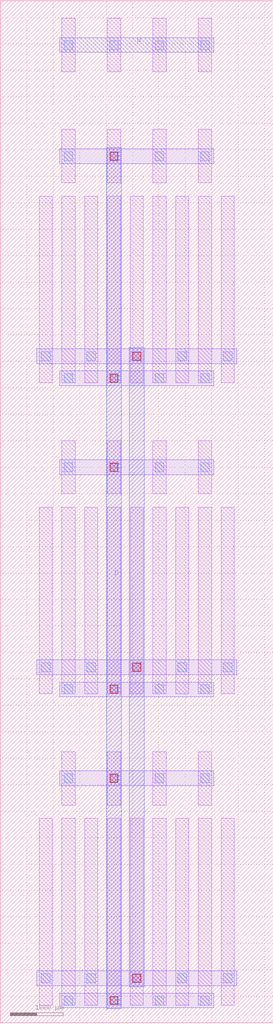
<source format=lef>
MACRO DCL_NMOS_10568373_X4_Y3
  UNITS 
    DATABASE MICRONS UNITS 1000;
  END UNITS 
  ORIGIN 0 0 ;
  FOREIGN DCL_NMOS_10568373_X4_Y3 0 0 ;
  SIZE 5160 BY 19320 ;
  PIN B
    DIRECTION INOUT ;
    USE SIGNAL ;
    PORT
      LAYER M2 ;
        RECT 1120 18340 4040 18620 ;
    END
  END B
  PIN D
    DIRECTION INOUT ;
    USE SIGNAL ;
    PORT
      LAYER M3 ;
        RECT 2010 260 2290 16540 ;
    END
  END D
  PIN S
    DIRECTION INOUT ;
    USE SIGNAL ;
    PORT
      LAYER M3 ;
        RECT 2440 680 2720 12760 ;
    END
  END S
  OBS
    LAYER M1 ;
      RECT 1165 335 1415 3865 ;
    LAYER M1 ;
      RECT 1165 4115 1415 5125 ;
    LAYER M1 ;
      RECT 1165 6215 1415 9745 ;
    LAYER M1 ;
      RECT 1165 9995 1415 11005 ;
    LAYER M1 ;
      RECT 1165 12095 1415 15625 ;
    LAYER M1 ;
      RECT 1165 15875 1415 16885 ;
    LAYER M1 ;
      RECT 1165 17975 1415 18985 ;
    LAYER M1 ;
      RECT 735 335 985 3865 ;
    LAYER M1 ;
      RECT 735 6215 985 9745 ;
    LAYER M1 ;
      RECT 735 12095 985 15625 ;
    LAYER M1 ;
      RECT 1595 335 1845 3865 ;
    LAYER M1 ;
      RECT 1595 6215 1845 9745 ;
    LAYER M1 ;
      RECT 1595 12095 1845 15625 ;
    LAYER M1 ;
      RECT 2025 335 2275 3865 ;
    LAYER M1 ;
      RECT 2025 4115 2275 5125 ;
    LAYER M1 ;
      RECT 2025 6215 2275 9745 ;
    LAYER M1 ;
      RECT 2025 9995 2275 11005 ;
    LAYER M1 ;
      RECT 2025 12095 2275 15625 ;
    LAYER M1 ;
      RECT 2025 15875 2275 16885 ;
    LAYER M1 ;
      RECT 2025 17975 2275 18985 ;
    LAYER M1 ;
      RECT 2455 335 2705 3865 ;
    LAYER M1 ;
      RECT 2455 6215 2705 9745 ;
    LAYER M1 ;
      RECT 2455 12095 2705 15625 ;
    LAYER M1 ;
      RECT 2885 335 3135 3865 ;
    LAYER M1 ;
      RECT 2885 4115 3135 5125 ;
    LAYER M1 ;
      RECT 2885 6215 3135 9745 ;
    LAYER M1 ;
      RECT 2885 9995 3135 11005 ;
    LAYER M1 ;
      RECT 2885 12095 3135 15625 ;
    LAYER M1 ;
      RECT 2885 15875 3135 16885 ;
    LAYER M1 ;
      RECT 2885 17975 3135 18985 ;
    LAYER M1 ;
      RECT 3315 335 3565 3865 ;
    LAYER M1 ;
      RECT 3315 6215 3565 9745 ;
    LAYER M1 ;
      RECT 3315 12095 3565 15625 ;
    LAYER M1 ;
      RECT 3745 335 3995 3865 ;
    LAYER M1 ;
      RECT 3745 4115 3995 5125 ;
    LAYER M1 ;
      RECT 3745 6215 3995 9745 ;
    LAYER M1 ;
      RECT 3745 9995 3995 11005 ;
    LAYER M1 ;
      RECT 3745 12095 3995 15625 ;
    LAYER M1 ;
      RECT 3745 15875 3995 16885 ;
    LAYER M1 ;
      RECT 3745 17975 3995 18985 ;
    LAYER M1 ;
      RECT 4175 335 4425 3865 ;
    LAYER M1 ;
      RECT 4175 6215 4425 9745 ;
    LAYER M1 ;
      RECT 4175 12095 4425 15625 ;
    LAYER M2 ;
      RECT 1120 4480 4040 4760 ;
    LAYER M2 ;
      RECT 1120 280 4040 560 ;
    LAYER M2 ;
      RECT 690 700 4470 980 ;
    LAYER M2 ;
      RECT 1120 10360 4040 10640 ;
    LAYER M2 ;
      RECT 1120 6160 4040 6440 ;
    LAYER M2 ;
      RECT 690 6580 4470 6860 ;
    LAYER M2 ;
      RECT 1120 16240 4040 16520 ;
    LAYER M2 ;
      RECT 1120 12040 4040 12320 ;
    LAYER M2 ;
      RECT 690 12460 4470 12740 ;
    LAYER V1 ;
      RECT 2925 335 3095 505 ;
    LAYER V1 ;
      RECT 2925 4535 3095 4705 ;
    LAYER V1 ;
      RECT 2925 6215 3095 6385 ;
    LAYER V1 ;
      RECT 2925 10415 3095 10585 ;
    LAYER V1 ;
      RECT 2925 12095 3095 12265 ;
    LAYER V1 ;
      RECT 2925 16295 3095 16465 ;
    LAYER V1 ;
      RECT 2925 18395 3095 18565 ;
    LAYER V1 ;
      RECT 3785 335 3955 505 ;
    LAYER V1 ;
      RECT 3785 4535 3955 4705 ;
    LAYER V1 ;
      RECT 3785 6215 3955 6385 ;
    LAYER V1 ;
      RECT 3785 10415 3955 10585 ;
    LAYER V1 ;
      RECT 3785 12095 3955 12265 ;
    LAYER V1 ;
      RECT 3785 16295 3955 16465 ;
    LAYER V1 ;
      RECT 3785 18395 3955 18565 ;
    LAYER V1 ;
      RECT 1205 335 1375 505 ;
    LAYER V1 ;
      RECT 1205 4535 1375 4705 ;
    LAYER V1 ;
      RECT 1205 6215 1375 6385 ;
    LAYER V1 ;
      RECT 1205 10415 1375 10585 ;
    LAYER V1 ;
      RECT 1205 12095 1375 12265 ;
    LAYER V1 ;
      RECT 1205 16295 1375 16465 ;
    LAYER V1 ;
      RECT 1205 18395 1375 18565 ;
    LAYER V1 ;
      RECT 2065 335 2235 505 ;
    LAYER V1 ;
      RECT 2065 4535 2235 4705 ;
    LAYER V1 ;
      RECT 2065 6215 2235 6385 ;
    LAYER V1 ;
      RECT 2065 10415 2235 10585 ;
    LAYER V1 ;
      RECT 2065 12095 2235 12265 ;
    LAYER V1 ;
      RECT 2065 16295 2235 16465 ;
    LAYER V1 ;
      RECT 2065 18395 2235 18565 ;
    LAYER V1 ;
      RECT 775 755 945 925 ;
    LAYER V1 ;
      RECT 775 6635 945 6805 ;
    LAYER V1 ;
      RECT 775 12515 945 12685 ;
    LAYER V1 ;
      RECT 1635 755 1805 925 ;
    LAYER V1 ;
      RECT 1635 6635 1805 6805 ;
    LAYER V1 ;
      RECT 1635 12515 1805 12685 ;
    LAYER V1 ;
      RECT 2495 755 2665 925 ;
    LAYER V1 ;
      RECT 2495 6635 2665 6805 ;
    LAYER V1 ;
      RECT 2495 12515 2665 12685 ;
    LAYER V1 ;
      RECT 3355 755 3525 925 ;
    LAYER V1 ;
      RECT 3355 6635 3525 6805 ;
    LAYER V1 ;
      RECT 3355 12515 3525 12685 ;
    LAYER V1 ;
      RECT 4215 755 4385 925 ;
    LAYER V1 ;
      RECT 4215 6635 4385 6805 ;
    LAYER V1 ;
      RECT 4215 12515 4385 12685 ;
    LAYER V2 ;
      RECT 2075 345 2225 495 ;
    LAYER V2 ;
      RECT 2075 4545 2225 4695 ;
    LAYER V2 ;
      RECT 2075 6225 2225 6375 ;
    LAYER V2 ;
      RECT 2075 10425 2225 10575 ;
    LAYER V2 ;
      RECT 2075 12105 2225 12255 ;
    LAYER V2 ;
      RECT 2075 16305 2225 16455 ;
    LAYER V2 ;
      RECT 2505 765 2655 915 ;
    LAYER V2 ;
      RECT 2505 6645 2655 6795 ;
    LAYER V2 ;
      RECT 2505 12525 2655 12675 ;
  END
END DCL_NMOS_10568373_X4_Y3

</source>
